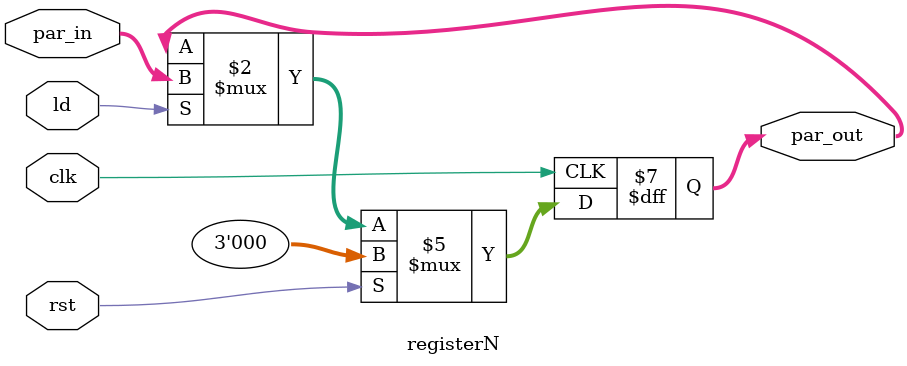
<source format=v>
module registerN(
	input clk,
	input rst,
	input ld,
	input [2:0] par_in,
	output reg [2:0] par_out
);
	always @(posedge clk) begin
		if(rst)
			par_out <= 3'd0;
		else if(ld)
			par_out <= par_in;
	end
endmodule
</source>
